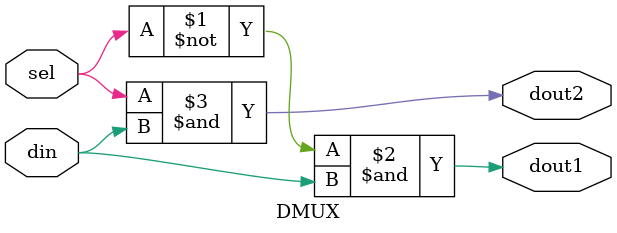
<source format=v>
module DMUX (input sel, input din, output dout1, output dout2);

// this is a 1:2 demultiplexer

assign dout1 = ~sel & din;
assign dout2 = sel & din;

endmodule
</source>
